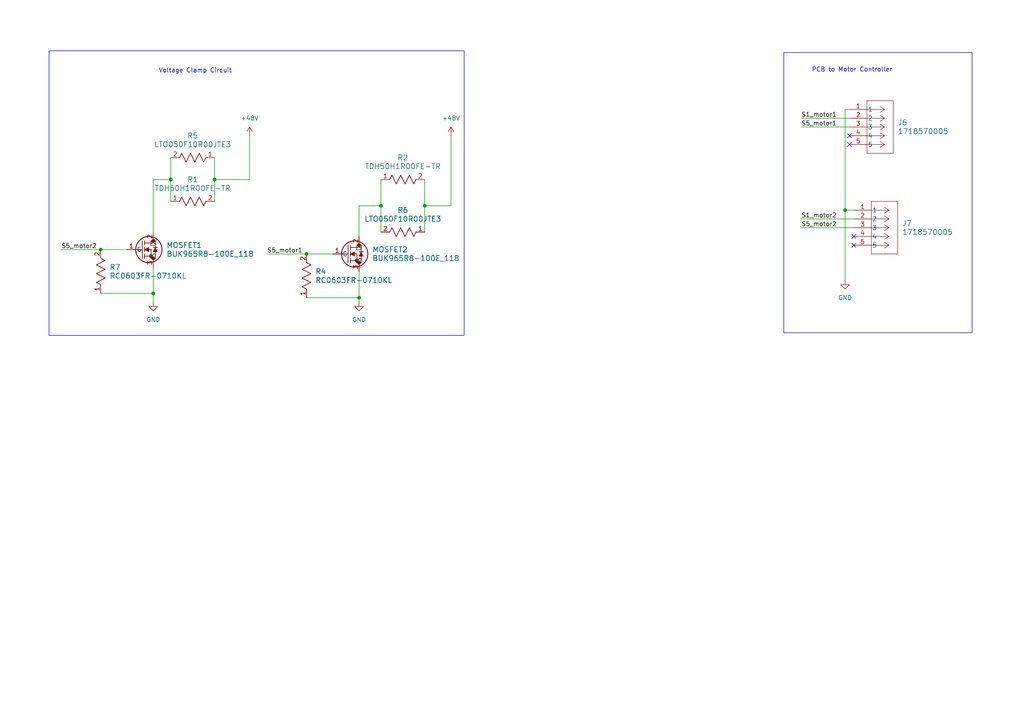
<source format=kicad_sch>
(kicad_sch (version 20250114) (generator "eeschema") (generator_version "9.0")
  (paper "A4")
  (lib_symbols
    (symbol "1718570005:1718570005" (pin_names (offset 0.254))
      (property "Reference" "J" (at 8.89 6.35 0))
      (property "Value" "1718570005" (at 0 0 0))
      (symbol "1718570005_1_1"
        (polyline (pts (xy 5.08 2.54) (xy 5.08 -12.7)) (stroke (width 0.127)))
        (polyline (pts (xy 5.08 -12.7) (xy 12.7 -12.7)) (stroke (width 0.127)))
        (polyline (pts (xy 10.16 0) (xy 5.08 0)) (stroke (width 0.127)))
        (polyline (pts (xy 10.16 0) (xy 8.89 0.8467)) (stroke (width 0.127)))
        (polyline (pts (xy 10.16 0) (xy 8.89 -0.8467)) (stroke (width 0.127)))
        (polyline (pts (xy 10.16 -2.54) (xy 5.08 -2.54)) (stroke (width 0.127)))
        (polyline (pts (xy 10.16 -2.54) (xy 8.89 -1.6933)) (stroke (width 0.127)))
        (polyline (pts (xy 10.16 -2.54) (xy 8.89 -3.3867)) (stroke (width 0.127)))
        (polyline (pts (xy 10.16 -5.08) (xy 5.08 -5.08)) (stroke (width 0.127)))
        (polyline (pts (xy 10.16 -5.08) (xy 8.89 -4.2333)) (stroke (width 0.127)))
        (polyline (pts (xy 10.16 -5.08) (xy 8.89 -5.9267)) (stroke (width 0.127)))
        (polyline (pts (xy 10.16 -7.62) (xy 5.08 -7.62)) (stroke (width 0.127)))
        (polyline (pts (xy 10.16 -7.62) (xy 8.89 -6.7733)) (stroke (width 0.127)))
        (polyline (pts (xy 10.16 -7.62) (xy 8.89 -8.4667)) (stroke (width 0.127)))
        (polyline (pts (xy 10.16 -10.16) (xy 5.08 -10.16)) (stroke (width 0.127)))
        (polyline (pts (xy 10.16 -10.16) (xy 8.89 -9.3133)) (stroke (width 0.127)))
        (polyline (pts (xy 10.16 -10.16) (xy 8.89 -11.0067)) (stroke (width 0.127)))
        (polyline (pts (xy 12.7 2.54) (xy 5.08 2.54)) (stroke (width 0.127)))
        (polyline (pts (xy 12.7 -12.7) (xy 12.7 2.54)) (stroke (width 0.127)))
        (pin unspecified line (at 0 0 0) (length 5.08) (name "1") (number "1"))
        (pin unspecified line (at 0 -2.54 0) (length 5.08) (name "2") (number "2"))
        (pin unspecified line (at 0 -5.08 0) (length 5.08) (name "3") (number "3"))
        (pin unspecified line (at 0 -7.62 0) (length 5.08) (name "4") (number "4"))
        (pin unspecified line (at 0 -10.16 0) (length 5.08) (name "5") (number "5"))
      )
      (symbol "1718570005_1_2"
        (polyline (pts (xy 5.08 2.54) (xy 5.08 -12.7)) (stroke (width 0.127)))
        (polyline (pts (xy 5.08 -12.7) (xy 12.7 -12.7)) (stroke (width 0.127)))
        (polyline (pts (xy 7.62 0) (xy 5.08 0)) (stroke (width 0.127)))
        (polyline (pts (xy 7.62 0) (xy 8.89 0.8467)) (stroke (width 0.127)))
        (polyline (pts (xy 7.62 0) (xy 8.89 -0.8467)) (stroke (width 0.127)))
        (polyline (pts (xy 7.62 -2.54) (xy 5.08 -2.54)) (stroke (width 0.127)))
        (polyline (pts (xy 7.62 -2.54) (xy 8.89 -1.6933)) (stroke (width 0.127)))
        (polyline (pts (xy 7.62 -2.54) (xy 8.89 -3.3867)) (stroke (width 0.127)))
        (polyline (pts (xy 7.62 -5.08) (xy 5.08 -5.08)) (stroke (width 0.127)))
        (polyline (pts (xy 7.62 -5.08) (xy 8.89 -4.2333)) (stroke (width 0.127)))
        (polyline (pts (xy 7.62 -5.08) (xy 8.89 -5.9267)) (stroke (width 0.127)))
        (polyline (pts (xy 7.62 -7.62) (xy 5.08 -7.62)) (stroke (width 0.127)))
        (polyline (pts (xy 7.62 -7.62) (xy 8.89 -6.7733)) (stroke (width 0.127)))
        (polyline (pts (xy 7.62 -7.62) (xy 8.89 -8.4667)) (stroke (width 0.127)))
        (polyline (pts (xy 7.62 -10.16) (xy 5.08 -10.16)) (stroke (width 0.127)))
        (polyline (pts (xy 7.62 -10.16) (xy 8.89 -9.3133)) (stroke (width 0.127)))
        (polyline (pts (xy 7.62 -10.16) (xy 8.89 -11.0067)) (stroke (width 0.127)))
        (polyline (pts (xy 12.7 2.54) (xy 5.08 2.54)) (stroke (width 0.127)))
        (polyline (pts (xy 12.7 -12.7) (xy 12.7 2.54)) (stroke (width 0.127)))
        (pin unspecified line (at 0 0 0) (length 5.08) (name "1") (number "1"))
        (pin unspecified line (at 0 -2.54 0) (length 5.08) (name "2") (number "2"))
        (pin unspecified line (at 0 -5.08 0) (length 5.08) (name "3") (number "3"))
        (pin unspecified line (at 0 -7.62 0) (length 5.08) (name "4") (number "4"))
        (pin unspecified line (at 0 -10.16 0) (length 5.08) (name "5") (number "5"))
      )
    )
    (symbol "BUK965R8:BUK965R8-100E_118" (pin_names (offset 0.254))
      (property "Reference" "MOSFET" (at 11.43 1.905 0))
      (property "Value" "BUK965R8-100E_118" (at 11.43 -2.54 0))
      (symbol "BUK965R8-100E_118_0_1"
        (polyline (pts (xy 2.54 0) (xy 4.445 0)) (stroke (width 0.2032)))
        (polyline (pts (xy 4.445 -2.54) (xy 4.445 2.54)) (stroke (width 0.2032)))
        (polyline (pts (xy 5.08 1.905) (xy 6.985 1.905)) (stroke (width 0.2032)))
        (polyline (pts (xy 5.08 1.27) (xy 5.08 2.54)) (stroke (width 0.2032)))
        (polyline (pts (xy 5.08 -0.635) (xy 5.08 0.635)) (stroke (width 0.2032)))
        (polyline (pts (xy 5.08 -1.905) (xy 6.985 -1.905)) (stroke (width 0.2032)))
        (polyline (pts (xy 5.08 -2.54) (xy 5.08 -1.27)) (stroke (width 0.2032)))
        (polyline (pts (xy 6.35 0.635) (xy 5.08 0) (xy 6.35 -0.635)) (fill (type outline)))
        (polyline (pts (xy 6.35 0) (xy 6.985 0)) (stroke (width 0.2032)))
        (circle (center 6.35 0) (radius 3.81) (stroke (width 0.254)))
        (polyline (pts (xy 6.985 2.54) (xy 8.255 2.54)) (stroke (width 0.2032)))
        (polyline (pts (xy 6.985 1.905) (xy 6.985 2.54)) (stroke (width 0.2032)))
        (circle (center 6.985 -1.905) (radius 0.0254) (stroke (width 0.508)))
        (polyline (pts (xy 6.985 -2.54) (xy 6.985 0)) (stroke (width 0.2032)))
        (polyline (pts (xy 6.985 -2.54) (xy 8.255 -2.54)) (stroke (width 0.2032)))
        (circle (center 7.62 2.54) (radius 0.0254) (stroke (width 0.508)))
        (circle (center 7.62 -2.54) (radius 0.0254) (stroke (width 0.508)))
        (polyline (pts (xy 8.255 0.635) (xy 8.255 2.54)) (stroke (width 0.2032)))
        (polyline (pts (xy 8.255 -2.54) (xy 8.255 -0.635)) (stroke (width 0.2032)))
        (polyline (pts (xy 8.89 0.635) (xy 7.62 0.635)) (stroke (width 0.2032)))
        (polyline (pts (xy 8.89 -0.635) (xy 7.62 -0.635) (xy 8.255 0.635)) (fill (type outline)))
        (pin unspecified line (at 0 0 0) (length 2.54) (name "G") (number "1"))
        (pin unspecified line (at 7.62 5.08 270) (length 2.54) (name "D") (number "2"))
        (pin unspecified line (at 7.62 -5.08 90) (length 2.54) (name "S") (number "3"))
      )
    )
    (symbol "Directory2:TDH50H1R00FE-TR" (pin_names (offset 0.254))
      (property "Reference" "R" (at 5.715 3.81 0))
      (property "Value" "TDH50H1R00FE-TR" (at 6.35 -3.81 0))
      (symbol "TDH50H1R00FE-TR_1_1"
        (polyline (pts (xy 2.54 0) (xy 3.175 1.27)) (stroke (width 0.2032)))
        (polyline (pts (xy 3.175 1.27) (xy 4.445 -1.27)) (stroke (width 0.2032)))
        (polyline (pts (xy 4.445 -1.27) (xy 5.715 1.27)) (stroke (width 0.2032)))
        (polyline (pts (xy 5.715 1.27) (xy 6.985 -1.27)) (stroke (width 0.2032)))
        (polyline (pts (xy 6.985 -1.27) (xy 8.255 1.27)) (stroke (width 0.2032)))
        (polyline (pts (xy 8.255 1.27) (xy 9.525 -1.27)) (stroke (width 0.2032)))
        (polyline (pts (xy 9.525 -1.27) (xy 10.16 0)) (stroke (width 0.2032)))
        (pin unspecified line (at 0 0 0) (length 2.54) (name "") (number "1"))
        (pin unspecified line (at 12.7 0 180) (length 2.54) (name "") (number "2"))
      )
      (symbol "TDH50H1R00FE-TR_1_2"
        (polyline (pts (xy -1.27 8.255) (xy 1.27 9.525)) (stroke (width 0.2032)))
        (polyline (pts (xy -1.27 5.715) (xy 1.27 6.985)) (stroke (width 0.2032)))
        (polyline (pts (xy -1.27 3.175) (xy 1.27 4.445)) (stroke (width 0.2032)))
        (polyline (pts (xy 0 2.54) (xy -1.27 3.175)) (stroke (width 0.2032)))
        (polyline (pts (xy 1.27 9.525) (xy 0 10.16)) (stroke (width 0.2032)))
        (polyline (pts (xy 1.27 6.985) (xy -1.27 8.255)) (stroke (width 0.2032)))
        (polyline (pts (xy 1.27 4.445) (xy -1.27 5.715)) (stroke (width 0.2032)))
        (pin unspecified line (at 0 12.7 270) (length 2.54) (name "") (number "1"))
        (pin unspecified line (at 0 0 90) (length 2.54) (name "") (number "2"))
      )
    )
    (symbol "RC0603FR-0710KL:RC0603FR-0710KL" (pin_names (offset 0.254))
      (property "Reference" "R" (at 5.715 3.81 0))
      (property "Value" "RC0603FR-0710KL" (at 6.35 -3.81 0))
      (symbol "RC0603FR-0710KL_1_1"
        (polyline (pts (xy 2.54 0) (xy 3.175 1.27)) (stroke (width 0.2032)))
        (polyline (pts (xy 3.175 1.27) (xy 4.445 -1.27)) (stroke (width 0.2032)))
        (polyline (pts (xy 4.445 -1.27) (xy 5.715 1.27)) (stroke (width 0.2032)))
        (polyline (pts (xy 5.715 1.27) (xy 6.985 -1.27)) (stroke (width 0.2032)))
        (polyline (pts (xy 6.985 -1.27) (xy 8.255 1.27)) (stroke (width 0.2032)))
        (polyline (pts (xy 8.255 1.27) (xy 9.525 -1.27)) (stroke (width 0.2032)))
        (polyline (pts (xy 9.525 -1.27) (xy 10.16 0)) (stroke (width 0.2032)))
        (pin unspecified line (at 0 0 0) (length 2.54) (name "") (number "1"))
        (pin unspecified line (at 12.7 0 180) (length 2.54) (name "") (number "2"))
      )
      (symbol "RC0603FR-0710KL_1_2"
        (polyline (pts (xy -1.27 8.255) (xy 1.27 9.525)) (stroke (width 0.2032)))
        (polyline (pts (xy -1.27 5.715) (xy 1.27 6.985)) (stroke (width 0.2032)))
        (polyline (pts (xy -1.27 3.175) (xy 1.27 4.445)) (stroke (width 0.2032)))
        (polyline (pts (xy 0 2.54) (xy -1.27 3.175)) (stroke (width 0.2032)))
        (polyline (pts (xy 1.27 9.525) (xy 0 10.16)) (stroke (width 0.2032)))
        (polyline (pts (xy 1.27 6.985) (xy -1.27 8.255)) (stroke (width 0.2032)))
        (polyline (pts (xy 1.27 4.445) (xy -1.27 5.715)) (stroke (width 0.2032)))
        (pin unspecified line (at 0 12.7 270) (length 2.54) (name "") (number "1"))
        (pin unspecified line (at 0 0 90) (length 2.54) (name "") (number "2"))
      )
    )
    (symbol "TO220_LTO_VIS:LTO050F10R00JTE3" (pin_names (offset 0.254))
      (property "Reference" "R" (at 5.715 3.81 0))
      (property "Value" "LTO050F10R00JTE3" (at 6.35 -3.81 0))
      (symbol "LTO050F10R00JTE3_1_1"
        (polyline (pts (xy 2.54 0) (xy 3.175 1.27)) (stroke (width 0.2032)))
        (polyline (pts (xy 3.175 1.27) (xy 4.445 -1.27)) (stroke (width 0.2032)))
        (polyline (pts (xy 4.445 -1.27) (xy 5.715 1.27)) (stroke (width 0.2032)))
        (polyline (pts (xy 5.715 1.27) (xy 6.985 -1.27)) (stroke (width 0.2032)))
        (polyline (pts (xy 6.985 -1.27) (xy 8.255 1.27)) (stroke (width 0.2032)))
        (polyline (pts (xy 8.255 1.27) (xy 9.525 -1.27)) (stroke (width 0.2032)))
        (polyline (pts (xy 9.525 -1.27) (xy 10.16 0)) (stroke (width 0.2032)))
        (pin unspecified line (at 0 0 0) (length 2.54) (name "") (number "2"))
        (pin unspecified line (at 12.7 0 180) (length 2.54) (name "") (number "1"))
      )
      (symbol "LTO050F10R00JTE3_1_2"
        (polyline (pts (xy -1.27 8.255) (xy 1.27 9.525)) (stroke (width 0.2032)))
        (polyline (pts (xy -1.27 5.715) (xy 1.27 6.985)) (stroke (width 0.2032)))
        (polyline (pts (xy -1.27 3.175) (xy 1.27 4.445)) (stroke (width 0.2032)))
        (polyline (pts (xy 0 2.54) (xy -1.27 3.175)) (stroke (width 0.2032)))
        (polyline (pts (xy 1.27 9.525) (xy 0 10.16)) (stroke (width 0.2032)))
        (polyline (pts (xy 1.27 6.985) (xy -1.27 8.255)) (stroke (width 0.2032)))
        (polyline (pts (xy 1.27 4.445) (xy -1.27 5.715)) (stroke (width 0.2032)))
        (pin unspecified line (at 0 12.7 270) (length 2.54) (name "") (number "1"))
      )
    )
    (symbol "power:+48V" (power) (pin_numbers (hide yes)) (pin_names (offset 0) (hide yes))
      (property "Value" "+48V" (at 0 3.556 0))
      (symbol "+48V_0_1"
        (polyline (pts (xy -0.762 1.27) (xy 0 2.54)))
        (polyline (pts (xy 0 2.54) (xy 0.762 1.27)))
        (polyline (pts (xy 0 0) (xy 0 2.54)))
      )
      (symbol "+48V_1_1"
        (pin power_in line (at 0 0 90) (length 0) (name "~") (number "1"))
      )
    )
    (symbol "power:GND" (power) (pin_numbers (hide yes)) (pin_names (offset 0) (hide yes))
      (property "Value" "GND" (at 0 -3.81 0))
      (symbol "GND_0_1"
        (polyline (pts (xy 0 0) (xy 0 -1.27) (xy 1.27 -1.27) (xy 0 -2.54) (xy -1.27 -1.27) (xy 0 -1.27)))
      )
      (symbol "GND_1_1"
        (pin power_in line (at 0 0 270) (length 0) (name "~") (number "1"))
      )
    )
  )
  (rectangle (start 14.224 14.732) (end 134.62 97.282))
  (rectangle (start 227.33 15.24) (end 281.94 96.52))
  (text "PCB to Motor Controller\n" (at 247.142 20.32 0) (effects (font (size 1.27 1.27))))
  (text "Voltage Clamp Circuit" (at 56.642 20.574 0) (effects (font (size 1.27 1.27))))
  (junction (at 110.49 59.69))
  (junction (at 245.11 60.96))
  (junction (at 123.19 59.69))
  (junction (at 88.9 73.66))
  (junction (at 104.14 86.36))
  (junction (at 44.45 85.09))
  (junction (at 29.21 72.39))
  (junction (at 49.53 52.07))
  (junction (at 62.23 52.07))
  (no_connect (at 247.65 71.12))
  (no_connect (at 246.38 39.37))
  (no_connect (at 247.65 68.58))
  (no_connect (at 246.38 41.91))
  (wire (pts (xy 77.47 73.66) (xy 88.9 73.66)))
  (wire (pts (xy 104.14 87.63) (xy 104.14 86.36)))
  (wire (pts (xy 44.45 52.07) (xy 49.53 52.07)))
  (wire (pts (xy 232.41 63.5) (xy 247.65 63.5)))
  (wire (pts (xy 110.49 59.69) (xy 110.49 67.31)))
  (wire (pts (xy 245.11 60.96) (xy 245.11 81.28)))
  (wire (pts (xy 123.19 59.69) (xy 123.19 52.07)))
  (wire (pts (xy 72.39 52.07) (xy 72.39 39.37)))
  (wire (pts (xy 245.11 31.75) (xy 246.38 31.75)))
  (wire (pts (xy 88.9 86.36) (xy 104.14 86.36)))
  (wire (pts (xy 104.14 59.69) (xy 110.49 59.69)))
  (wire (pts (xy 44.45 52.07) (xy 44.45 67.31)))
  (wire (pts (xy 62.23 52.07) (xy 72.39 52.07)))
  (wire (pts (xy 44.45 77.47) (xy 44.45 85.09)))
  (wire (pts (xy 245.11 31.75) (xy 245.11 60.96)))
  (wire (pts (xy 17.78 72.39) (xy 29.21 72.39)))
  (wire (pts (xy 232.41 66.04) (xy 247.65 66.04)))
  (wire (pts (xy 62.23 45.72) (xy 62.23 52.07)))
  (wire (pts (xy 123.19 67.31) (xy 123.19 59.69)))
  (wire (pts (xy 232.41 36.83) (xy 246.38 36.83)))
  (wire (pts (xy 245.11 60.96) (xy 247.65 60.96)))
  (wire (pts (xy 49.53 52.07) (xy 49.53 58.42)))
  (wire (pts (xy 232.41 34.29) (xy 246.38 34.29)))
  (wire (pts (xy 29.21 85.09) (xy 44.45 85.09)))
  (wire (pts (xy 104.14 78.74) (xy 104.14 86.36)))
  (wire (pts (xy 130.81 59.69) (xy 123.19 59.69)))
  (wire (pts (xy 49.53 45.72) (xy 49.53 52.07)))
  (wire (pts (xy 88.9 73.66) (xy 96.52 73.66)))
  (wire (pts (xy 130.81 59.69) (xy 130.81 39.37)))
  (wire (pts (xy 44.45 85.09) (xy 44.45 87.63)))
  (wire (pts (xy 104.14 68.58) (xy 104.14 59.69)))
  (wire (pts (xy 62.23 52.07) (xy 62.23 58.42)))
  (wire (pts (xy 110.49 52.07) (xy 110.49 59.69)))
  (wire (pts (xy 29.21 72.39) (xy 36.83 72.39)))
  (label "S1_motor2" (at 232.41 63.5 0))
  (label "S1_motor1" (at 232.41 34.29 0))
  (label "S5_motor2" (at 232.41 66.04 0))
  (label "S5_motor1" (at 232.41 36.83 0))
  (label "S5_motor1" (at 77.47 73.66 0))
  (label "S5_motor2" (at 17.78 72.39 0))
  (symbol (lib_id "TO220_LTO_VIS:LTO050F10R00JTE3") (at 49.53 45.72 0) (unit 1)
    (property "Reference" "R5" (at 55.88 39.37 0) (effects (font (size 1.524 1.524))))
    (property "Value" "LTO050F10R00JTE3" (at 55.88 41.91 0) (effects (font (size 1.524 1.524))))
    (property "Footprint" "TO220_LTO_VIS" (effects (hide yes)))
    (property "Datasheet" "LTO050F10R00JTE3" (effects (hide yes)))
  )
  (symbol (lib_id "power:+48V") (at 130.81 39.37 0) (unit 1)
    (property "Reference" "#PWR018" (effects (hide yes)))
    (property "Value" "+48V" (at 130.81 34.29 0))
    (property "Description" "Power symbol creates a global label with name \"+48V\"" (effects (hide yes)))
  )
  (symbol (lib_id "Directory2:TDH50H1R00FE-TR") (at 49.53 58.42 0) (unit 1)
    (property "Reference" "R1" (at 55.88 52.07 0) (effects (font (size 1.524 1.524))))
    (property "Value" "TDH50H1R00FE-TR" (at 55.88 54.61 0) (effects (font (size 1.524 1.524))))
    (property "Footprint" "Custom:RES_TDH50_OHM" (effects (hide yes)))
    (property "Datasheet" "TDH50H1R00FE-TR" (effects (hide yes)))
  )
  (symbol (lib_id "BUK965R8:BUK965R8-100E_118") (at 36.83 72.39 0) (unit 1)
    (property "Reference" "MOSFET1" (at 48.26 71.1199 0) (effects (font (size 1.524 1.524)) (justify left)))
    (property "Value" "BUK965R8-100E_118" (at 48.26 73.6599 0) (effects (font (size 1.524 1.524)) (justify left)))
    (property "Footprint" "Custom:SOT404_D2PAK_NEX" (effects (hide yes)))
    (property "Datasheet" "BUK965R8-100E_118" (effects (hide yes)))
  )
  (symbol (lib_id "RC0603FR-0710KL:RC0603FR-0710KL") (at 88.9 86.36 90) (unit 1)
    (property "Reference" "R4" (at 91.44 78.7399 90) (effects (font (size 1.524 1.524)) (justify right)))
    (property "Value" "RC0603FR-0710KL" (at 91.44 81.2799 90) (effects (font (size 1.524 1.524)) (justify right)))
    (property "Footprint" "Custom:RC0603N_YAG" (effects (hide yes)))
    (property "Datasheet" "RC0603FR-0710KL" (effects (hide yes)))
  )
  (symbol (lib_id "TO220_LTO_VIS:LTO050F10R00JTE3") (at 110.49 67.31 0) (unit 1)
    (property "Reference" "R6" (at 116.84 60.96 0) (effects (font (size 1.524 1.524))))
    (property "Value" "LTO050F10R00JTE3" (at 116.84 63.5 0) (effects (font (size 1.524 1.524))))
    (property "Footprint" "TO220_LTO_VIS" (effects (hide yes)))
    (property "Datasheet" "LTO050F10R00JTE3" (effects (hide yes)))
  )
  (symbol (lib_id "Directory2:TDH50H1R00FE-TR") (at 110.49 52.07 0) (unit 1)
    (property "Reference" "R2" (at 116.84 45.72 0) (effects (font (size 1.524 1.524))))
    (property "Value" "TDH50H1R00FE-TR" (at 116.84 48.26 0) (effects (font (size 1.524 1.524))))
    (property "Footprint" "Custom:RES_TDH50_OHM" (effects (hide yes)))
    (property "Datasheet" "TDH50H1R00FE-TR" (effects (hide yes)))
  )
  (symbol (lib_id "power:GND") (at 104.14 87.63 0) (unit 1)
    (property "Reference" "#PWR016" (effects (hide yes)))
    (property "Value" "GND" (at 104.14 92.71 0))
    (property "Description" "Power symbol creates a global label with name \"GND\" , ground" (effects (hide yes)))
  )
  (symbol (lib_id "power:GND") (at 245.11 81.28 0) (unit 1)
    (property "Reference" "#PWR032" (effects (hide yes)))
    (property "Value" "GND" (at 245.11 86.36 0))
    (property "Description" "Power symbol creates a global label with name \"GND\" , ground" (effects (hide yes)))
  )
  (symbol (lib_id "RC0603FR-0710KL:RC0603FR-0710KL") (at 29.21 85.09 90) (unit 1)
    (property "Reference" "R7" (at 31.75 77.4699 90) (effects (font (size 1.524 1.524)) (justify right)))
    (property "Value" "RC0603FR-0710KL" (at 31.75 80.0099 90) (effects (font (size 1.524 1.524)) (justify right)))
    (property "Footprint" "Custom:RC0603N_YAG" (effects (hide yes)))
    (property "Datasheet" "RC0603FR-0710KL" (effects (hide yes)))
  )
  (symbol (lib_id "power:+48V") (at 72.39 39.37 0) (unit 1)
    (property "Reference" "#PWR034" (effects (hide yes)))
    (property "Value" "+48V" (at 72.39 34.29 0))
    (property "Description" "Power symbol creates a global label with name \"+48V\"" (effects (hide yes)))
  )
  (symbol (lib_id "BUK965R8:BUK965R8-100E_118") (at 96.52 73.66 0) (unit 1)
    (property "Reference" "MOSFET2" (at 107.95 72.3899 0) (effects (font (size 1.524 1.524)) (justify left)))
    (property "Value" "BUK965R8-100E_118" (at 107.95 74.9299 0) (effects (font (size 1.524 1.524)) (justify left)))
    (property "Footprint" "Custom:SOT404_D2PAK_NEX" (effects (hide yes)))
    (property "Datasheet" "BUK965R8-100E_118" (effects (hide yes)))
  )
  (symbol (lib_id "1718570005:1718570005") (at 247.65 60.96 0) (unit 1)
    (property "Reference" "J7" (at 261.62 64.7699 0) (effects (font (size 1.524 1.524)) (justify left)))
    (property "Value" "1718570005" (at 261.62 67.3099 0) (effects (font (size 1.524 1.524)) (justify left)))
    (property "Footprint" "Custom:CONN_SD-171857-0001_M6p73_05_MOL" (effects (hide yes)))
    (property "Datasheet" "https://www.molex.com/en-us/products/part-detail-pdf/1718570005?display=pdf" (effects (hide yes)))
  )
  (symbol (lib_id "power:GND") (at 44.45 87.63 0) (unit 1)
    (property "Reference" "#PWR033" (effects (hide yes)))
    (property "Value" "GND" (at 44.45 92.71 0))
    (property "Description" "Power symbol creates a global label with name \"GND\" , ground" (effects (hide yes)))
  )
  (symbol (lib_id "1718570005:1718570005") (at 246.38 31.75 0) (unit 1)
    (property "Reference" "J6" (at 260.35 35.5599 0) (effects (font (size 1.524 1.524)) (justify left)))
    (property "Value" "1718570005" (at 260.35 38.0999 0) (effects (font (size 1.524 1.524)) (justify left)))
    (property "Footprint" "Custom:CONN_SD-171857-0001_M6p73_05_MOL" (effects (hide yes)))
    (property "Datasheet" "https://www.molex.com/en-us/products/part-detail-pdf/1718570005?display=pdf" (effects (hide yes)))
  )
)
</source>
